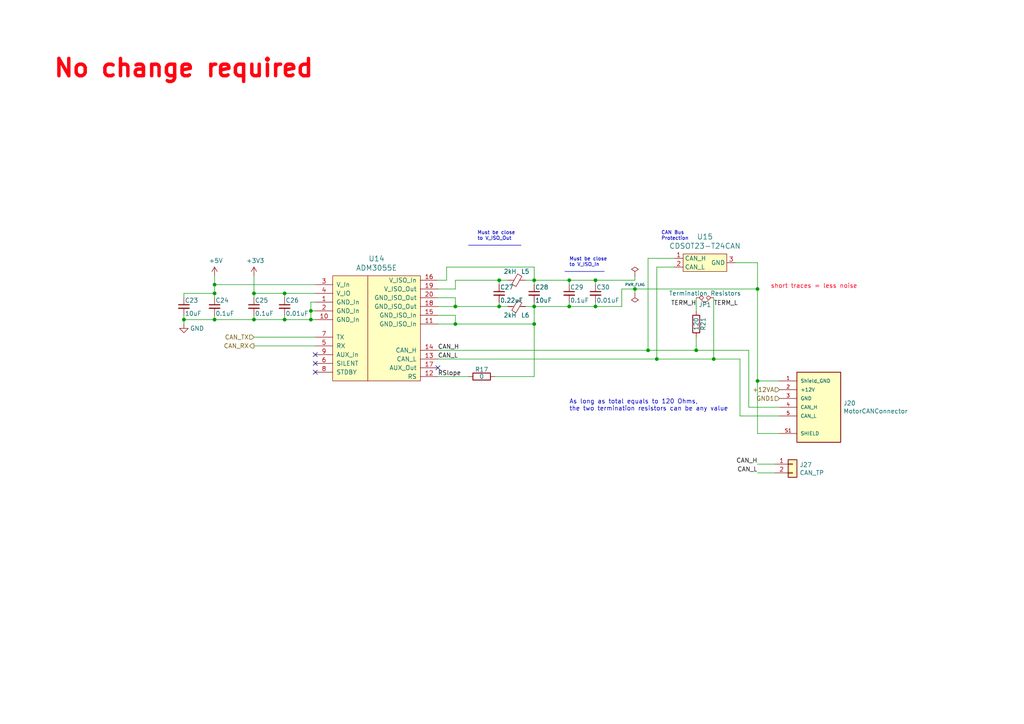
<source format=kicad_sch>
(kicad_sch (version 20230121) (generator eeschema)
  (paper "A4")
  (lib_symbols
    (symbol "Connector_Generic:Conn_01x02" (pin_names (offset 1.016) hide)
      (property "Reference" "J" (at 0 2.54 0))
      (property "Value" "Conn_01x02" (at 0 -5.08 0))
      (symbol "Conn_01x02_1_1"
        (rectangle (start -1.27 -2.413) (end 0 -2.667) (stroke (width 0.1524)))
        (rectangle (start -1.27 0.127) (end 0 -0.127) (stroke (width 0.1524)))
        (rectangle (start -1.27 1.27) (end 1.27 -3.81) (stroke (width 0.254)) (fill (type background)))
        (pin passive line (at -5.08 0 0) (length 3.81) (name "Pin_1") (number "1"))
        (pin passive line (at -5.08 -2.54 0) (length 3.81) (name "Pin_2") (number "2"))
      )
    )
    (symbol "Dashboard-rescue:ADM3055E-utsvt-chips" (pin_names (offset 1.016))
      (property "Reference" "U" (at 0 16.51 0))
      (property "Value" "ADM3055E-utsvt-chips" (at 5.08 -2.54 0))
      (symbol "ADM3055E-utsvt-chips_0_1"
        (rectangle (start -12.7 15.24) (end 12.7 -15.24) (fill (type background)))
        (polyline (pts (xy -2.54 15.24) (xy -2.54 -15.24)))
      )
      (symbol "ADM3055E-utsvt-chips_1_1"
        (pin power_in line (at -17.78 7.62 0) (length 5.08) (name "GND_In") (number "1"))
        (pin power_in line (at -17.78 2.54 0) (length 5.08) (name "GND_In") (number "10"))
        (pin power_in line (at 17.78 1.27 180) (length 5.08) (name "GND_ISO_In") (number "11"))
        (pin input line (at 17.78 -13.97 180) (length 5.08) (name "RS") (number "12"))
        (pin bidirectional line (at 17.78 -8.89 180) (length 5.08) (name "CAN_L") (number "13"))
        (pin bidirectional line (at 17.78 -6.35 180) (length 5.08) (name "CAN_H") (number "14"))
        (pin power_in line (at 17.78 3.81 180) (length 5.08) (name "GND_ISO_In") (number "15"))
        (pin power_in line (at 17.78 13.97 180) (length 5.08) (name "V_ISO_In") (number "16"))
        (pin output line (at 17.78 -11.43 180) (length 5.08) (name "AUX_Out") (number "17"))
        (pin power_out line (at 17.78 6.35 180) (length 5.08) (name "GND_ISO_Out") (number "18"))
        (pin power_out line (at 17.78 11.43 180) (length 5.08) (name "V_ISO_Out") (number "19"))
        (pin power_in line (at -17.78 5.08 0) (length 5.08) (name "GND_In") (number "2"))
        (pin power_out line (at 17.78 8.89 180) (length 5.08) (name "GND_ISO_Out") (number "20"))
        (pin power_in line (at -17.78 12.7 0) (length 5.08) (name "V_In") (number "3"))
        (pin power_in line (at -17.78 10.16 0) (length 5.08) (name "V_IO") (number "4"))
        (pin output line (at -17.78 -5.08 0) (length 5.08) (name "RX") (number "5"))
        (pin input line (at -17.78 -10.16 0) (length 5.08) (name "SILENT") (number "6"))
        (pin input line (at -17.78 -2.54 0) (length 5.08) (name "TX") (number "7"))
        (pin input line (at -17.78 -12.7 0) (length 5.08) (name "STDBY") (number "8"))
        (pin input line (at -17.78 -7.62 0) (length 5.08) (name "AUX_In") (number "9"))
      )
    )
    (symbol "Dashboard-rescue:CDSOT23-T24CAN-utsvt-chips"
      (property "Reference" "U" (at 0 -3.81 0))
      (property "Value" "CDSOT23-T24CAN-utsvt-chips" (at 0 3.81 0))
      (symbol "CDSOT23-T24CAN-utsvt-chips_0_1"
        (rectangle (start 6.35 2.54) (end -6.35 -2.54) (fill (type background)))
      )
      (symbol "CDSOT23-T24CAN-utsvt-chips_1_1"
        (pin passive line (at -8.89 1.27 0) (length 2.54) (name "CAN_H") (number "1"))
        (pin passive line (at -8.89 -1.27 0) (length 2.54) (name "CAN_L") (number "2"))
        (pin passive line (at 8.89 0 180) (length 2.54) (name "GND") (number "3"))
      )
    )
    (symbol "Dashboard:MotorCANConnector-utsvt-connectors" (pin_names (offset 1.016))
      (property "Reference" "J" (at 0 0 0))
      (property "Value" "MotorCANConnector-utsvt-connectors" (at 0 -2.54 0))
      (symbol "MotorCANConnector-utsvt-connectors_1_1"
        (rectangle (start -10.16 22.86) (end 2.54 2.54) (stroke (width 0.254)) (fill (type background)))
        (pin power_in line (at 7.62 20.32 180) (length 5.08) (name "Shield_GND") (number "1"))
        (pin power_in line (at 7.62 17.78 180) (length 5.08) (name "+12V") (number "2"))
        (pin power_in line (at 7.62 15.24 180) (length 5.08) (name "GND") (number "3"))
        (pin bidirectional line (at 7.62 12.7 180) (length 5.08) (name "CAN_H") (number "4"))
        (pin bidirectional line (at 7.62 10.16 180) (length 5.08) (name "CAN_L") (number "5"))
        (pin passive line (at 7.62 5.08 180) (length 5.08) (name "SHIELD") (number "S1"))
      )
    )
    (symbol "Device:C_Small" (pin_numbers hide) (pin_names (offset 0.254) hide)
      (property "Reference" "C" (at 0.254 1.778 0))
      (property "Value" "C_Small" (at 0.254 -2.032 0))
      (symbol "C_Small_0_1"
        (polyline (pts (xy -1.524 -0.508) (xy 1.524 -0.508)) (stroke (width 0.3302)))
        (polyline (pts (xy -1.524 0.508) (xy 1.524 0.508)) (stroke (width 0.3048)))
      )
      (symbol "C_Small_1_1"
        (pin passive line (at 0 2.54 270) (length 2.032) (name "~") (number "1"))
        (pin passive line (at 0 -2.54 90) (length 2.032) (name "~") (number "2"))
      )
    )
    (symbol "Device:Ferrite_Bead_Small" (pin_numbers hide) (pin_names (offset 0))
      (property "Reference" "FB" (at 1.905 1.27 0))
      (property "Value" "Device_Ferrite_Bead_Small" (at 1.905 -1.27 0))
      (symbol "Ferrite_Bead_Small_0_1"
        (polyline (pts (xy 0 -1.27) (xy 0 -0.7874)))
        (polyline (pts (xy 0 0.889) (xy 0 1.2954)))
        (polyline (pts (xy -1.8288 0.2794) (xy -1.1176 1.4986) (xy 1.8288 -0.2032) (xy 1.1176 -1.4224) (xy -1.8288 0.2794)))
      )
      (symbol "Ferrite_Bead_Small_1_1"
        (pin passive line (at 0 2.54 270) (length 1.27) (name "~") (number "1"))
        (pin passive line (at 0 -2.54 90) (length 1.27) (name "~") (number "2"))
      )
    )
    (symbol "Device:Jumper_NC_Small" (pin_numbers hide) (pin_names (offset 0.762) hide)
      (property "Reference" "JP" (at 0 2.032 0))
      (property "Value" "Device_Jumper_NC_Small" (at 0.254 -1.524 0))
      (symbol "Jumper_NC_Small_0_1"
        (circle (center -1.016 0) (radius 0.508))
        (circle (center 1.016 0) (radius 0.508))
        (arc (start 1.016 0.762) (mid 0 1.1828) (end -1.016 0.762))
        (pin passive line (at -2.54 0 0) (length 1.016) (name "1") (number "1"))
        (pin passive line (at 2.54 0 180) (length 1.016) (name "2") (number "2"))
      )
    )
    (symbol "Device:R" (pin_numbers hide) (pin_names (offset 0))
      (property "Reference" "R" (at 2.032 0 90))
      (property "Value" "R" (at 0 0 90))
      (symbol "R_0_1"
        (rectangle (start -1.016 -2.54) (end 1.016 2.54) (stroke (width 0.254)))
      )
      (symbol "R_1_1"
        (pin passive line (at 0 3.81 270) (length 1.27) (name "~") (number "1"))
        (pin passive line (at 0 -3.81 90) (length 1.27) (name "~") (number "2"))
      )
    )
    (symbol "power:+3.3V" (power) (pin_names (offset 0))
      (property "Value" "+3.3V" (at 0 3.556 0))
      (symbol "+3.3V_0_1"
        (polyline (pts (xy -0.762 1.27) (xy 0 2.54)))
        (polyline (pts (xy 0 0) (xy 0 2.54)))
        (polyline (pts (xy 0 2.54) (xy 0.762 1.27)))
      )
      (symbol "+3.3V_1_1"
        (pin power_in line (at 0 0 90) (length 0) hide (name "+3V3") (number "1"))
      )
    )
    (symbol "power:+5V" (power) (pin_names (offset 0))
      (property "Value" "+5V" (at 0 3.556 0))
      (symbol "+5V_0_1"
        (polyline (pts (xy -0.762 1.27) (xy 0 2.54)))
        (polyline (pts (xy 0 0) (xy 0 2.54)))
        (polyline (pts (xy 0 2.54) (xy 0.762 1.27)))
      )
      (symbol "+5V_1_1"
        (pin power_in line (at 0 0 90) (length 0) hide (name "+5V") (number "1"))
      )
    )
    (symbol "power:GND" (power) (pin_names (offset 0))
      (property "Value" "GND" (at 0 -3.81 0))
      (symbol "GND_0_1"
        (polyline (pts (xy 0 0) (xy 0 -1.27) (xy 1.27 -1.27) (xy 0 -2.54) (xy -1.27 -1.27) (xy 0 -1.27)))
      )
      (symbol "GND_1_1"
        (pin power_in line (at 0 0 270) (length 0) hide (name "GND") (number "1"))
      )
    )
    (symbol "power:PWR_FLAG" (power) (pin_numbers hide) (pin_names (offset 0) hide)
      (property "Value" "PWR_FLAG" (at 0 3.81 0))
      (symbol "PWR_FLAG_0_0"
        (pin power_out line (at 0 0 90) (length 0) (name "pwr") (number "1"))
      )
      (symbol "PWR_FLAG_0_1"
        (polyline (pts (xy 0 0) (xy 0 1.27) (xy -1.016 1.905) (xy 0 2.54) (xy 1.016 1.905) (xy 0 1.27)))
      )
    )
  )
  (junction (at 144.78 81.28))
  (junction (at 90.17 90.17))
  (junction (at 219.71 83.82))
  (junction (at 165.1 88.9))
  (junction (at 172.72 81.28))
  (junction (at 201.93 101.6))
  (junction (at 144.78 88.9))
  (junction (at 172.72 88.9))
  (junction (at 184.15 83.82))
  (junction (at 62.23 92.71))
  (junction (at 62.23 85.09))
  (junction (at 190.5 104.14))
  (junction (at 73.66 85.09))
  (junction (at 90.17 92.71))
  (junction (at 62.23 82.55))
  (junction (at 53.34 92.71))
  (junction (at 165.1 81.28))
  (junction (at 82.55 92.71))
  (junction (at 73.66 92.71))
  (junction (at 154.94 81.28))
  (junction (at 207.01 104.14))
  (junction (at 154.94 93.98))
  (junction (at 132.08 88.9))
  (junction (at 219.71 110.49))
  (junction (at 187.96 101.6))
  (junction (at 154.94 88.9))
  (junction (at 82.55 85.09))
  (junction (at 132.08 93.98))
  (no_connect (at 91.44 102.87))
  (no_connect (at 127 106.68))
  (no_connect (at 91.44 107.95))
  (no_connect (at 91.44 105.41))
  (wire (pts (xy 187.96 101.6) (xy 201.93 101.6)))
  (wire (pts (xy 53.34 93.98) (xy 53.34 92.71)))
  (wire (pts (xy 207.01 104.14) (xy 214.63 104.14)))
  (wire (pts (xy 129.54 77.47) (xy 129.54 81.28)))
  (wire (pts (xy 82.55 92.71) (xy 82.55 91.44)))
  (wire (pts (xy 154.94 81.28) (xy 154.94 82.55)))
  (wire (pts (xy 73.66 97.79) (xy 91.44 97.79)))
  (wire (pts (xy 219.71 110.49) (xy 226.06 110.49)))
  (wire (pts (xy 132.08 86.36) (xy 127 86.36)))
  (wire (pts (xy 132.08 88.9) (xy 144.78 88.9)))
  (wire (pts (xy 152.4 81.28) (xy 154.94 81.28)))
  (wire (pts (xy 132.08 91.44) (xy 132.08 93.98)))
  (polyline (pts (xy 135.89 71.12) (xy 151.13 71.12)))
  (wire (pts (xy 154.94 88.9) (xy 165.1 88.9)))
  (wire (pts (xy 90.17 90.17) (xy 91.44 90.17)))
  (wire (pts (xy 53.34 92.71) (xy 53.34 91.44)))
  (wire (pts (xy 132.08 91.44) (xy 127 91.44)))
  (wire (pts (xy 129.54 81.28) (xy 127 81.28)))
  (wire (pts (xy 90.17 87.63) (xy 90.17 90.17)))
  (wire (pts (xy 219.71 125.73) (xy 226.06 125.73)))
  (polyline (pts (xy 163.83 78.74) (xy 175.26 78.74)))
  (wire (pts (xy 224.79 134.62) (xy 219.71 134.62)))
  (wire (pts (xy 154.94 109.22) (xy 154.94 93.98)))
  (wire (pts (xy 73.66 86.36) (xy 73.66 85.09)))
  (wire (pts (xy 219.71 76.2) (xy 219.71 83.82)))
  (wire (pts (xy 172.72 81.28) (xy 184.15 81.28)))
  (wire (pts (xy 165.1 87.63) (xy 165.1 88.9)))
  (wire (pts (xy 154.94 87.63) (xy 154.94 88.9)))
  (wire (pts (xy 195.58 77.47) (xy 190.5 77.47)))
  (wire (pts (xy 165.1 88.9) (xy 172.72 88.9)))
  (wire (pts (xy 219.71 83.82) (xy 219.71 110.49)))
  (wire (pts (xy 187.96 74.93) (xy 187.96 101.6)))
  (wire (pts (xy 217.17 118.11) (xy 226.06 118.11)))
  (wire (pts (xy 190.5 77.47) (xy 190.5 104.14)))
  (wire (pts (xy 62.23 82.55) (xy 62.23 85.09)))
  (wire (pts (xy 144.78 88.9) (xy 147.32 88.9)))
  (wire (pts (xy 184.15 83.82) (xy 219.71 83.82)))
  (wire (pts (xy 127 88.9) (xy 132.08 88.9)))
  (wire (pts (xy 207.01 86.36) (xy 207.01 104.14)))
  (wire (pts (xy 90.17 90.17) (xy 90.17 92.71)))
  (wire (pts (xy 62.23 80.01) (xy 62.23 82.55)))
  (wire (pts (xy 217.17 101.6) (xy 217.17 118.11)))
  (wire (pts (xy 172.72 82.55) (xy 172.72 81.28)))
  (wire (pts (xy 143.51 109.22) (xy 154.94 109.22)))
  (wire (pts (xy 154.94 77.47) (xy 154.94 81.28)))
  (wire (pts (xy 213.36 76.2) (xy 219.71 76.2)))
  (wire (pts (xy 184.15 85.09) (xy 184.15 83.82)))
  (wire (pts (xy 165.1 81.28) (xy 172.72 81.28)))
  (wire (pts (xy 127 93.98) (xy 132.08 93.98)))
  (wire (pts (xy 144.78 81.28) (xy 147.32 81.28)))
  (wire (pts (xy 152.4 88.9) (xy 154.94 88.9)))
  (wire (pts (xy 73.66 100.33) (xy 91.44 100.33)))
  (wire (pts (xy 90.17 92.71) (xy 91.44 92.71)))
  (wire (pts (xy 73.66 85.09) (xy 82.55 85.09)))
  (wire (pts (xy 201.93 101.6) (xy 201.93 97.79)))
  (wire (pts (xy 82.55 85.09) (xy 82.55 86.36)))
  (wire (pts (xy 180.34 88.9) (xy 180.34 83.82)))
  (wire (pts (xy 132.08 86.36) (xy 132.08 88.9)))
  (wire (pts (xy 172.72 88.9) (xy 180.34 88.9)))
  (wire (pts (xy 82.55 85.09) (xy 91.44 85.09)))
  (wire (pts (xy 165.1 82.55) (xy 165.1 81.28)))
  (wire (pts (xy 53.34 85.09) (xy 62.23 85.09)))
  (wire (pts (xy 144.78 88.9) (xy 144.78 87.63)))
  (wire (pts (xy 62.23 91.44) (xy 62.23 92.71)))
  (wire (pts (xy 127 101.6) (xy 187.96 101.6)))
  (wire (pts (xy 135.89 109.22) (xy 127 109.22)))
  (wire (pts (xy 180.34 83.82) (xy 184.15 83.82)))
  (wire (pts (xy 129.54 77.47) (xy 154.94 77.47)))
  (wire (pts (xy 73.66 92.71) (xy 82.55 92.71)))
  (wire (pts (xy 224.79 137.16) (xy 219.71 137.16)))
  (wire (pts (xy 62.23 92.71) (xy 73.66 92.71)))
  (wire (pts (xy 62.23 85.09) (xy 62.23 86.36)))
  (wire (pts (xy 201.93 86.36) (xy 201.93 90.17)))
  (wire (pts (xy 62.23 82.55) (xy 91.44 82.55)))
  (wire (pts (xy 73.66 80.01) (xy 73.66 85.09)))
  (wire (pts (xy 132.08 81.28) (xy 132.08 83.82)))
  (wire (pts (xy 82.55 92.71) (xy 90.17 92.71)))
  (wire (pts (xy 132.08 83.82) (xy 127 83.82)))
  (wire (pts (xy 201.93 101.6) (xy 217.17 101.6)))
  (wire (pts (xy 195.58 74.93) (xy 187.96 74.93)))
  (wire (pts (xy 214.63 104.14) (xy 214.63 120.65)))
  (wire (pts (xy 184.15 81.28) (xy 184.15 80.01)))
  (wire (pts (xy 127 104.14) (xy 190.5 104.14)))
  (wire (pts (xy 219.71 110.49) (xy 219.71 125.73)))
  (wire (pts (xy 132.08 93.98) (xy 154.94 93.98)))
  (wire (pts (xy 214.63 120.65) (xy 226.06 120.65)))
  (wire (pts (xy 73.66 91.44) (xy 73.66 92.71)))
  (wire (pts (xy 154.94 88.9) (xy 154.94 93.98)))
  (wire (pts (xy 144.78 82.55) (xy 144.78 81.28)))
  (wire (pts (xy 154.94 81.28) (xy 165.1 81.28)))
  (wire (pts (xy 53.34 92.71) (xy 62.23 92.71)))
  (wire (pts (xy 172.72 87.63) (xy 172.72 88.9)))
  (wire (pts (xy 132.08 81.28) (xy 144.78 81.28)))
  (wire (pts (xy 190.5 104.14) (xy 207.01 104.14)))
  (wire (pts (xy 53.34 85.09) (xy 53.34 86.36)))
  (wire (pts (xy 91.44 87.63) (xy 90.17 87.63)))
  (text "Must be close\nto V_ISO_Out" (at 138.43 69.85 0) (effects (font (size 1.016 1.016)) (justify left bottom)))
  (text "Must be close\nto V_ISO_In" (at 165.1 77.47 0) (effects (font (size 1.016 1.016)) (justify left bottom)))
  (text "short traces = less noise" (at 223.52 83.82 0) (effects (font (size 1.27 1.27)) (justify left bottom)))
  (text "As long as total equals to 120 Ohms,\nthe two termination resistors can be any value" (at 165.1 119.38 0) (effects (font (size 1.27 1.27)) (justify left bottom)))
  (text "No change required\n" (at 15.24 22.86 0) (effects (font (size 5 5) (thickness 1) bold) (justify left bottom)))
  (text "CAN Bus\nProtection" (at 191.77 69.85 0) (effects (font (size 1.016 1.016)) (justify left bottom)))
  (label "CAN_L" (at 127 104.14 0))
  (label "CAN_L" (at 219.71 137.16 180))
  (label "TERM_L" (at 207.01 88.9 0))
  (label "CAN_H" (at 127 101.6 0))
  (label "RSlope" (at 127 109.22 0))
  (label "TERM_H" (at 201.93 88.9 180))
  (label "CAN_H" (at 219.71 134.62 180))
  (hierarchical_label "CAN_TX" (shape input) (at 73.66 97.79 180))
  (hierarchical_label "+12VA" (shape input) (at 226.06 113.03 180))
  (hierarchical_label "GND1" (shape input) (at 226.06 115.57 180))
  (hierarchical_label "CAN_RX" (shape output) (at 73.66 100.33 180))
  (symbol (lib_id "Device:R") (at 201.93 93.98 0) (unit 1)
    (property "Reference" "R21" (at 203.962 93.98 90))
    (property "Value" "120" (at 201.93 93.98 90))
    (property "Footprint" "Resistor_SMD:R_0805_2012Metric" (effects hide))
    (property "Mouser Part Number" "71-CRCW080559R0FKEA" (effects hide))
  )
  (symbol (lib_id "Device:Jumper_NC_Small") (at 204.47 86.36 180) (unit 1)
    (property "Reference" "JP1" (at 204.47 88.392 0))
    (property "Value" "Termination Resistors" (at 204.47 85.09 0))
    (property "Footprint" "Connector_PinHeader_2.54mm:PinHeader_1x02_P2.54mm_Vertical" (effects hide))
  )
  (symbol (lib_id "Device:C_Small") (at 53.34 88.9 0) (unit 1)
    (property "Reference" "C23" (at 53.594 87.122 0) (effects (justify left)))
    (property "Value" "10uF" (at 53.594 90.932 0) (effects (justify left)))
    (property "Footprint" "Capacitor_SMD:C_0805_2012Metric" (effects hide))
    (property "Mouser Part Number" "80-C0805C106K8RAUTO " (effects hide))
  )
  (symbol (lib_id "Device:C_Small") (at 62.23 88.9 0) (unit 1)
    (property "Reference" "C24" (at 62.484 87.122 0) (effects (justify left)))
    (property "Value" "0.1uF" (at 62.484 90.932 0) (effects (justify left)))
    (property "Footprint" "Capacitor_SMD:C_0805_2012Metric" (effects hide))
    (property "Mouser Part Number" "80-C0805C104K3R " (effects hide))
  )
  (symbol (lib_id "Device:C_Small") (at 73.66 88.9 0) (unit 1)
    (property "Reference" "C25" (at 73.914 87.122 0) (effects (justify left)))
    (property "Value" "0.1uF" (at 73.914 90.932 0) (effects (justify left)))
    (property "Footprint" "Capacitor_SMD:C_0805_2012Metric" (effects hide))
    (property "Mouser Part Number" "80-C0805C104K3R " (effects hide))
  )
  (symbol (lib_id "Device:C_Small") (at 82.55 88.9 0) (unit 1)
    (property "Reference" "C26" (at 82.804 87.122 0) (effects (justify left)))
    (property "Value" "0.01uF" (at 82.804 90.932 0) (effects (justify left)))
    (property "Footprint" "Capacitor_SMD:C_0805_2012Metric" (effects hide))
    (property "Mouser Part Number" "80-C0805X103K1R3316 " (effects hide))
  )
  (symbol (lib_id "Device:C_Small") (at 154.94 85.09 0) (unit 1)
    (property "Reference" "C28" (at 155.194 83.312 0) (effects (justify left)))
    (property "Value" "10uF" (at 155.194 87.122 0) (effects (justify left)))
    (property "Footprint" "Capacitor_SMD:C_0805_2012Metric" (effects hide))
    (property "Mouser Part Number" "80-C0805C106K8RAUTO " (effects hide))
  )
  (symbol (lib_id "Device:C_Small") (at 144.78 85.09 0) (unit 1)
    (property "Reference" "C27" (at 145.034 83.312 0) (effects (justify left)))
    (property "Value" "0.22uF" (at 145.034 87.122 0) (effects (justify left)))
    (property "Footprint" "Capacitor_SMD:C_0805_2012Metric" (effects hide))
    (property "Mouser Part Number" "80-C0805C224J1RECTU " (effects hide))
  )
  (symbol (lib_id "Device:Ferrite_Bead_Small") (at 149.86 81.28 270) (unit 1)
    (property "Reference" "L5" (at 151.13 78.74 90) (effects (justify left)))
    (property "Value" "2kH" (at 146.05 78.74 90) (effects (justify left)))
    (property "Footprint" "Inductor_SMD:L_0805_2012Metric" (effects hide))
    (property "Mouser Part Number" "963-BK2125LM182-T " (effects hide))
  )
  (symbol (lib_id "Device:Ferrite_Bead_Small") (at 149.86 88.9 270) (unit 1)
    (property "Reference" "L6" (at 151.13 91.44 90) (effects (justify left)))
    (property "Value" "2kH" (at 146.05 91.44 90) (effects (justify left)))
    (property "Footprint" "Inductor_SMD:L_0805_2012Metric" (effects hide))
    (property "Mouser Part Number" "963-BK2125LM182-T " (effects hide))
  )
  (symbol (lib_id "Device:C_Small") (at 165.1 85.09 0) (unit 1)
    (property "Reference" "C29" (at 165.354 83.312 0) (effects (justify left)))
    (property "Value" "0.1uF" (at 165.354 87.122 0) (effects (justify left)))
    (property "Footprint" "Capacitor_SMD:C_0805_2012Metric" (effects hide))
    (property "Mouser Part Number" "80-C0805C104K3R " (effects hide))
  )
  (symbol (lib_id "Device:C_Small") (at 172.72 85.09 0) (unit 1)
    (property "Reference" "C30" (at 172.974 83.312 0) (effects (justify left)))
    (property "Value" "0.01uF" (at 172.974 87.122 0) (effects (justify left)))
    (property "Footprint" "Capacitor_SMD:C_0805_2012Metric" (effects hide))
    (property "Mouser Part Number" "80-C0805X103K1R3316 " (effects hide))
  )
  (symbol (lib_id "power:PWR_FLAG") (at 184.15 80.01 0) (unit 1)
    (property "Reference" "#FLG0101" (effects hide))
    (property "Value" "PWR_FLAG" (at 184.15 82.55 0) (effects (font (size 0.762 0.762))))
  )
  (symbol (lib_id "power:PWR_FLAG") (at 184.15 85.09 180) (unit 1)
    (property "Reference" "#FLG0102" (effects hide))
    (property "Value" "PWR_FLAG" (effects hide))
  )
  (symbol (lib_id "Device:R") (at 139.7 109.22 90) (unit 1)
    (property "Reference" "R17" (at 139.7 107.188 90))
    (property "Value" "0" (at 139.7 109.22 90))
    (property "Footprint" "Resistor_SMD:R_0805_2012Metric" (effects hide))
    (property "Mouser Part Number" "71-CRCW08050000Z0EAC " (effects hide))
  )
  (symbol (lib_id "power:GND") (at 53.34 93.98 0) (unit 1)
    (property "Reference" "#PWR0108" (effects hide))
    (property "Value" "GND" (at 57.15 95.25 0))
  )
  (symbol (lib_id "power:+3.3V") (at 73.66 80.01 0) (unit 1)
    (property "Reference" "#PWR0109" (effects hide))
    (property "Value" "+3.3V" (at 74.041 75.6158 0))
  )
  (symbol (lib_id "power:+5V") (at 62.23 80.01 0) (unit 1)
    (property "Reference" "#PWR0110" (effects hide))
    (property "Value" "+5V" (at 62.611 75.6158 0))
  )
  (symbol (lib_id "Dashboard-rescue:ADM3055E-utsvt-chips") (at 109.22 95.25 0) (unit 1)
    (property "Reference" "U14" (at 109.22 75.0062 0) (effects (font (size 1.524 1.524))))
    (property "Value" "ADM3055E" (at 109.22 77.6986 0) (effects (font (size 1.524 1.524))))
    (property "Footprint" "UTSVT_ICs:SOIC-20W_7.5x15.4mm_Pitch1.27mm" (effects hide))
  )
  (symbol (lib_id "Dashboard-rescue:CDSOT23-T24CAN-utsvt-chips") (at 204.47 76.2 0) (unit 1)
    (property "Reference" "U15" (at 204.47 68.6562 0) (effects (font (size 1.524 1.524))))
    (property "Value" "CDSOT23-T24CAN" (at 204.47 71.3486 0) (effects (font (size 1.524 1.524))))
    (property "Footprint" "Package_TO_SOT_SMD:SOT-23W" (effects hide))
    (property "Mouser Part Number" "652-CDSOT23-T24CAN " (effects hide))
  )
  (symbol (lib_id "Dashboard:MotorCANConnector-utsvt-connectors") (at 233.68 130.81 0) (mirror y) (unit 1)
    (property "Reference" "J20" (at 244.602 116.9416 0) (effects (justify right)))
    (property "Value" "MotorCANConnector" (at 244.602 119.253 0) (effects (justify right)))
    (property "Footprint" "UTSVT_Connectors:TE_4-2172079-2" (effects hide))
    (property "Digikey" "https://www.digikey.com/product-detail/en/te-connectivity-amp-connectors/4-2172079-2/A120861-ND/5118755" (effects hide))
  )
  (symbol (lib_id "Connector_Generic:Conn_01x02") (at 229.87 134.62 0) (unit 1)
    (property "Reference" "J27" (at 231.902 134.8232 0) (effects (justify left)))
    (property "Value" "CAN_TP" (at 231.902 137.1346 0) (effects (justify left)))
    (property "Footprint" "Connector_PinHeader_2.54mm:PinHeader_1x02_P2.54mm_Vertical" (effects hide))
  )
)
</source>
